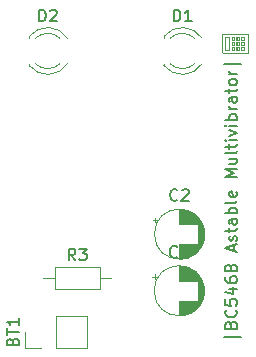
<source format=gbr>
%TF.GenerationSoftware,KiCad,Pcbnew,7.0.7*%
%TF.CreationDate,2023-10-16T17:51:31+02:00*%
%TF.ProjectId,bc546b-astable-multivibrator,62633534-3662-42d6-9173-7461626c652d,0*%
%TF.SameCoordinates,Original*%
%TF.FileFunction,Legend,Top*%
%TF.FilePolarity,Positive*%
%FSLAX46Y46*%
G04 Gerber Fmt 4.6, Leading zero omitted, Abs format (unit mm)*
G04 Created by KiCad (PCBNEW 7.0.7) date 2023-10-16 17:51:31*
%MOMM*%
%LPD*%
G01*
G04 APERTURE LIST*
%ADD10C,0.150000*%
%ADD11C,0.120000*%
G04 APERTURE END LIST*
D10*
X107053152Y-82425125D02*
X105624580Y-82425125D01*
X106196009Y-81377506D02*
X106243628Y-81234649D01*
X106243628Y-81234649D02*
X106291247Y-81187030D01*
X106291247Y-81187030D02*
X106386485Y-81139411D01*
X106386485Y-81139411D02*
X106529342Y-81139411D01*
X106529342Y-81139411D02*
X106624580Y-81187030D01*
X106624580Y-81187030D02*
X106672200Y-81234649D01*
X106672200Y-81234649D02*
X106719819Y-81329887D01*
X106719819Y-81329887D02*
X106719819Y-81710839D01*
X106719819Y-81710839D02*
X105719819Y-81710839D01*
X105719819Y-81710839D02*
X105719819Y-81377506D01*
X105719819Y-81377506D02*
X105767438Y-81282268D01*
X105767438Y-81282268D02*
X105815057Y-81234649D01*
X105815057Y-81234649D02*
X105910295Y-81187030D01*
X105910295Y-81187030D02*
X106005533Y-81187030D01*
X106005533Y-81187030D02*
X106100771Y-81234649D01*
X106100771Y-81234649D02*
X106148390Y-81282268D01*
X106148390Y-81282268D02*
X106196009Y-81377506D01*
X106196009Y-81377506D02*
X106196009Y-81710839D01*
X106624580Y-80139411D02*
X106672200Y-80187030D01*
X106672200Y-80187030D02*
X106719819Y-80329887D01*
X106719819Y-80329887D02*
X106719819Y-80425125D01*
X106719819Y-80425125D02*
X106672200Y-80567982D01*
X106672200Y-80567982D02*
X106576961Y-80663220D01*
X106576961Y-80663220D02*
X106481723Y-80710839D01*
X106481723Y-80710839D02*
X106291247Y-80758458D01*
X106291247Y-80758458D02*
X106148390Y-80758458D01*
X106148390Y-80758458D02*
X105957914Y-80710839D01*
X105957914Y-80710839D02*
X105862676Y-80663220D01*
X105862676Y-80663220D02*
X105767438Y-80567982D01*
X105767438Y-80567982D02*
X105719819Y-80425125D01*
X105719819Y-80425125D02*
X105719819Y-80329887D01*
X105719819Y-80329887D02*
X105767438Y-80187030D01*
X105767438Y-80187030D02*
X105815057Y-80139411D01*
X105719819Y-79234649D02*
X105719819Y-79710839D01*
X105719819Y-79710839D02*
X106196009Y-79758458D01*
X106196009Y-79758458D02*
X106148390Y-79710839D01*
X106148390Y-79710839D02*
X106100771Y-79615601D01*
X106100771Y-79615601D02*
X106100771Y-79377506D01*
X106100771Y-79377506D02*
X106148390Y-79282268D01*
X106148390Y-79282268D02*
X106196009Y-79234649D01*
X106196009Y-79234649D02*
X106291247Y-79187030D01*
X106291247Y-79187030D02*
X106529342Y-79187030D01*
X106529342Y-79187030D02*
X106624580Y-79234649D01*
X106624580Y-79234649D02*
X106672200Y-79282268D01*
X106672200Y-79282268D02*
X106719819Y-79377506D01*
X106719819Y-79377506D02*
X106719819Y-79615601D01*
X106719819Y-79615601D02*
X106672200Y-79710839D01*
X106672200Y-79710839D02*
X106624580Y-79758458D01*
X106053152Y-78329887D02*
X106719819Y-78329887D01*
X105672200Y-78567982D02*
X106386485Y-78806077D01*
X106386485Y-78806077D02*
X106386485Y-78187030D01*
X105719819Y-77377506D02*
X105719819Y-77567982D01*
X105719819Y-77567982D02*
X105767438Y-77663220D01*
X105767438Y-77663220D02*
X105815057Y-77710839D01*
X105815057Y-77710839D02*
X105957914Y-77806077D01*
X105957914Y-77806077D02*
X106148390Y-77853696D01*
X106148390Y-77853696D02*
X106529342Y-77853696D01*
X106529342Y-77853696D02*
X106624580Y-77806077D01*
X106624580Y-77806077D02*
X106672200Y-77758458D01*
X106672200Y-77758458D02*
X106719819Y-77663220D01*
X106719819Y-77663220D02*
X106719819Y-77472744D01*
X106719819Y-77472744D02*
X106672200Y-77377506D01*
X106672200Y-77377506D02*
X106624580Y-77329887D01*
X106624580Y-77329887D02*
X106529342Y-77282268D01*
X106529342Y-77282268D02*
X106291247Y-77282268D01*
X106291247Y-77282268D02*
X106196009Y-77329887D01*
X106196009Y-77329887D02*
X106148390Y-77377506D01*
X106148390Y-77377506D02*
X106100771Y-77472744D01*
X106100771Y-77472744D02*
X106100771Y-77663220D01*
X106100771Y-77663220D02*
X106148390Y-77758458D01*
X106148390Y-77758458D02*
X106196009Y-77806077D01*
X106196009Y-77806077D02*
X106291247Y-77853696D01*
X106196009Y-76520363D02*
X106243628Y-76377506D01*
X106243628Y-76377506D02*
X106291247Y-76329887D01*
X106291247Y-76329887D02*
X106386485Y-76282268D01*
X106386485Y-76282268D02*
X106529342Y-76282268D01*
X106529342Y-76282268D02*
X106624580Y-76329887D01*
X106624580Y-76329887D02*
X106672200Y-76377506D01*
X106672200Y-76377506D02*
X106719819Y-76472744D01*
X106719819Y-76472744D02*
X106719819Y-76853696D01*
X106719819Y-76853696D02*
X105719819Y-76853696D01*
X105719819Y-76853696D02*
X105719819Y-76520363D01*
X105719819Y-76520363D02*
X105767438Y-76425125D01*
X105767438Y-76425125D02*
X105815057Y-76377506D01*
X105815057Y-76377506D02*
X105910295Y-76329887D01*
X105910295Y-76329887D02*
X106005533Y-76329887D01*
X106005533Y-76329887D02*
X106100771Y-76377506D01*
X106100771Y-76377506D02*
X106148390Y-76425125D01*
X106148390Y-76425125D02*
X106196009Y-76520363D01*
X106196009Y-76520363D02*
X106196009Y-76853696D01*
X106434104Y-75139410D02*
X106434104Y-74663220D01*
X106719819Y-75234648D02*
X105719819Y-74901315D01*
X105719819Y-74901315D02*
X106719819Y-74567982D01*
X106672200Y-74282267D02*
X106719819Y-74187029D01*
X106719819Y-74187029D02*
X106719819Y-73996553D01*
X106719819Y-73996553D02*
X106672200Y-73901315D01*
X106672200Y-73901315D02*
X106576961Y-73853696D01*
X106576961Y-73853696D02*
X106529342Y-73853696D01*
X106529342Y-73853696D02*
X106434104Y-73901315D01*
X106434104Y-73901315D02*
X106386485Y-73996553D01*
X106386485Y-73996553D02*
X106386485Y-74139410D01*
X106386485Y-74139410D02*
X106338866Y-74234648D01*
X106338866Y-74234648D02*
X106243628Y-74282267D01*
X106243628Y-74282267D02*
X106196009Y-74282267D01*
X106196009Y-74282267D02*
X106100771Y-74234648D01*
X106100771Y-74234648D02*
X106053152Y-74139410D01*
X106053152Y-74139410D02*
X106053152Y-73996553D01*
X106053152Y-73996553D02*
X106100771Y-73901315D01*
X106053152Y-73567981D02*
X106053152Y-73187029D01*
X105719819Y-73425124D02*
X106576961Y-73425124D01*
X106576961Y-73425124D02*
X106672200Y-73377505D01*
X106672200Y-73377505D02*
X106719819Y-73282267D01*
X106719819Y-73282267D02*
X106719819Y-73187029D01*
X106719819Y-72425124D02*
X106196009Y-72425124D01*
X106196009Y-72425124D02*
X106100771Y-72472743D01*
X106100771Y-72472743D02*
X106053152Y-72567981D01*
X106053152Y-72567981D02*
X106053152Y-72758457D01*
X106053152Y-72758457D02*
X106100771Y-72853695D01*
X106672200Y-72425124D02*
X106719819Y-72520362D01*
X106719819Y-72520362D02*
X106719819Y-72758457D01*
X106719819Y-72758457D02*
X106672200Y-72853695D01*
X106672200Y-72853695D02*
X106576961Y-72901314D01*
X106576961Y-72901314D02*
X106481723Y-72901314D01*
X106481723Y-72901314D02*
X106386485Y-72853695D01*
X106386485Y-72853695D02*
X106338866Y-72758457D01*
X106338866Y-72758457D02*
X106338866Y-72520362D01*
X106338866Y-72520362D02*
X106291247Y-72425124D01*
X106719819Y-71948933D02*
X105719819Y-71948933D01*
X106100771Y-71948933D02*
X106053152Y-71853695D01*
X106053152Y-71853695D02*
X106053152Y-71663219D01*
X106053152Y-71663219D02*
X106100771Y-71567981D01*
X106100771Y-71567981D02*
X106148390Y-71520362D01*
X106148390Y-71520362D02*
X106243628Y-71472743D01*
X106243628Y-71472743D02*
X106529342Y-71472743D01*
X106529342Y-71472743D02*
X106624580Y-71520362D01*
X106624580Y-71520362D02*
X106672200Y-71567981D01*
X106672200Y-71567981D02*
X106719819Y-71663219D01*
X106719819Y-71663219D02*
X106719819Y-71853695D01*
X106719819Y-71853695D02*
X106672200Y-71948933D01*
X106719819Y-70901314D02*
X106672200Y-70996552D01*
X106672200Y-70996552D02*
X106576961Y-71044171D01*
X106576961Y-71044171D02*
X105719819Y-71044171D01*
X106672200Y-70139409D02*
X106719819Y-70234647D01*
X106719819Y-70234647D02*
X106719819Y-70425123D01*
X106719819Y-70425123D02*
X106672200Y-70520361D01*
X106672200Y-70520361D02*
X106576961Y-70567980D01*
X106576961Y-70567980D02*
X106196009Y-70567980D01*
X106196009Y-70567980D02*
X106100771Y-70520361D01*
X106100771Y-70520361D02*
X106053152Y-70425123D01*
X106053152Y-70425123D02*
X106053152Y-70234647D01*
X106053152Y-70234647D02*
X106100771Y-70139409D01*
X106100771Y-70139409D02*
X106196009Y-70091790D01*
X106196009Y-70091790D02*
X106291247Y-70091790D01*
X106291247Y-70091790D02*
X106386485Y-70567980D01*
X106719819Y-68901313D02*
X105719819Y-68901313D01*
X105719819Y-68901313D02*
X106434104Y-68567980D01*
X106434104Y-68567980D02*
X105719819Y-68234647D01*
X105719819Y-68234647D02*
X106719819Y-68234647D01*
X106053152Y-67329885D02*
X106719819Y-67329885D01*
X106053152Y-67758456D02*
X106576961Y-67758456D01*
X106576961Y-67758456D02*
X106672200Y-67710837D01*
X106672200Y-67710837D02*
X106719819Y-67615599D01*
X106719819Y-67615599D02*
X106719819Y-67472742D01*
X106719819Y-67472742D02*
X106672200Y-67377504D01*
X106672200Y-67377504D02*
X106624580Y-67329885D01*
X106719819Y-66710837D02*
X106672200Y-66806075D01*
X106672200Y-66806075D02*
X106576961Y-66853694D01*
X106576961Y-66853694D02*
X105719819Y-66853694D01*
X106053152Y-66472741D02*
X106053152Y-66091789D01*
X105719819Y-66329884D02*
X106576961Y-66329884D01*
X106576961Y-66329884D02*
X106672200Y-66282265D01*
X106672200Y-66282265D02*
X106719819Y-66187027D01*
X106719819Y-66187027D02*
X106719819Y-66091789D01*
X106719819Y-65758455D02*
X106053152Y-65758455D01*
X105719819Y-65758455D02*
X105767438Y-65806074D01*
X105767438Y-65806074D02*
X105815057Y-65758455D01*
X105815057Y-65758455D02*
X105767438Y-65710836D01*
X105767438Y-65710836D02*
X105719819Y-65758455D01*
X105719819Y-65758455D02*
X105815057Y-65758455D01*
X106053152Y-65377503D02*
X106719819Y-65139408D01*
X106719819Y-65139408D02*
X106053152Y-64901313D01*
X106719819Y-64520360D02*
X106053152Y-64520360D01*
X105719819Y-64520360D02*
X105767438Y-64567979D01*
X105767438Y-64567979D02*
X105815057Y-64520360D01*
X105815057Y-64520360D02*
X105767438Y-64472741D01*
X105767438Y-64472741D02*
X105719819Y-64520360D01*
X105719819Y-64520360D02*
X105815057Y-64520360D01*
X106719819Y-64044170D02*
X105719819Y-64044170D01*
X106100771Y-64044170D02*
X106053152Y-63948932D01*
X106053152Y-63948932D02*
X106053152Y-63758456D01*
X106053152Y-63758456D02*
X106100771Y-63663218D01*
X106100771Y-63663218D02*
X106148390Y-63615599D01*
X106148390Y-63615599D02*
X106243628Y-63567980D01*
X106243628Y-63567980D02*
X106529342Y-63567980D01*
X106529342Y-63567980D02*
X106624580Y-63615599D01*
X106624580Y-63615599D02*
X106672200Y-63663218D01*
X106672200Y-63663218D02*
X106719819Y-63758456D01*
X106719819Y-63758456D02*
X106719819Y-63948932D01*
X106719819Y-63948932D02*
X106672200Y-64044170D01*
X106719819Y-63139408D02*
X106053152Y-63139408D01*
X106243628Y-63139408D02*
X106148390Y-63091789D01*
X106148390Y-63091789D02*
X106100771Y-63044170D01*
X106100771Y-63044170D02*
X106053152Y-62948932D01*
X106053152Y-62948932D02*
X106053152Y-62853694D01*
X106719819Y-62091789D02*
X106196009Y-62091789D01*
X106196009Y-62091789D02*
X106100771Y-62139408D01*
X106100771Y-62139408D02*
X106053152Y-62234646D01*
X106053152Y-62234646D02*
X106053152Y-62425122D01*
X106053152Y-62425122D02*
X106100771Y-62520360D01*
X106672200Y-62091789D02*
X106719819Y-62187027D01*
X106719819Y-62187027D02*
X106719819Y-62425122D01*
X106719819Y-62425122D02*
X106672200Y-62520360D01*
X106672200Y-62520360D02*
X106576961Y-62567979D01*
X106576961Y-62567979D02*
X106481723Y-62567979D01*
X106481723Y-62567979D02*
X106386485Y-62520360D01*
X106386485Y-62520360D02*
X106338866Y-62425122D01*
X106338866Y-62425122D02*
X106338866Y-62187027D01*
X106338866Y-62187027D02*
X106291247Y-62091789D01*
X106053152Y-61758455D02*
X106053152Y-61377503D01*
X105719819Y-61615598D02*
X106576961Y-61615598D01*
X106576961Y-61615598D02*
X106672200Y-61567979D01*
X106672200Y-61567979D02*
X106719819Y-61472741D01*
X106719819Y-61472741D02*
X106719819Y-61377503D01*
X106719819Y-60901312D02*
X106672200Y-60996550D01*
X106672200Y-60996550D02*
X106624580Y-61044169D01*
X106624580Y-61044169D02*
X106529342Y-61091788D01*
X106529342Y-61091788D02*
X106243628Y-61091788D01*
X106243628Y-61091788D02*
X106148390Y-61044169D01*
X106148390Y-61044169D02*
X106100771Y-60996550D01*
X106100771Y-60996550D02*
X106053152Y-60901312D01*
X106053152Y-60901312D02*
X106053152Y-60758455D01*
X106053152Y-60758455D02*
X106100771Y-60663217D01*
X106100771Y-60663217D02*
X106148390Y-60615598D01*
X106148390Y-60615598D02*
X106243628Y-60567979D01*
X106243628Y-60567979D02*
X106529342Y-60567979D01*
X106529342Y-60567979D02*
X106624580Y-60615598D01*
X106624580Y-60615598D02*
X106672200Y-60663217D01*
X106672200Y-60663217D02*
X106719819Y-60758455D01*
X106719819Y-60758455D02*
X106719819Y-60901312D01*
X106719819Y-60139407D02*
X106053152Y-60139407D01*
X106243628Y-60139407D02*
X106148390Y-60091788D01*
X106148390Y-60091788D02*
X106100771Y-60044169D01*
X106100771Y-60044169D02*
X106053152Y-59948931D01*
X106053152Y-59948931D02*
X106053152Y-59853693D01*
X107053152Y-59282264D02*
X105624580Y-59282264D01*
X101683333Y-70809580D02*
X101635714Y-70857200D01*
X101635714Y-70857200D02*
X101492857Y-70904819D01*
X101492857Y-70904819D02*
X101397619Y-70904819D01*
X101397619Y-70904819D02*
X101254762Y-70857200D01*
X101254762Y-70857200D02*
X101159524Y-70761961D01*
X101159524Y-70761961D02*
X101111905Y-70666723D01*
X101111905Y-70666723D02*
X101064286Y-70476247D01*
X101064286Y-70476247D02*
X101064286Y-70333390D01*
X101064286Y-70333390D02*
X101111905Y-70142914D01*
X101111905Y-70142914D02*
X101159524Y-70047676D01*
X101159524Y-70047676D02*
X101254762Y-69952438D01*
X101254762Y-69952438D02*
X101397619Y-69904819D01*
X101397619Y-69904819D02*
X101492857Y-69904819D01*
X101492857Y-69904819D02*
X101635714Y-69952438D01*
X101635714Y-69952438D02*
X101683333Y-70000057D01*
X102064286Y-70000057D02*
X102111905Y-69952438D01*
X102111905Y-69952438D02*
X102207143Y-69904819D01*
X102207143Y-69904819D02*
X102445238Y-69904819D01*
X102445238Y-69904819D02*
X102540476Y-69952438D01*
X102540476Y-69952438D02*
X102588095Y-70000057D01*
X102588095Y-70000057D02*
X102635714Y-70095295D01*
X102635714Y-70095295D02*
X102635714Y-70190533D01*
X102635714Y-70190533D02*
X102588095Y-70333390D01*
X102588095Y-70333390D02*
X102016667Y-70904819D01*
X102016667Y-70904819D02*
X102635714Y-70904819D01*
X89956905Y-55694819D02*
X89956905Y-54694819D01*
X89956905Y-54694819D02*
X90195000Y-54694819D01*
X90195000Y-54694819D02*
X90337857Y-54742438D01*
X90337857Y-54742438D02*
X90433095Y-54837676D01*
X90433095Y-54837676D02*
X90480714Y-54932914D01*
X90480714Y-54932914D02*
X90528333Y-55123390D01*
X90528333Y-55123390D02*
X90528333Y-55266247D01*
X90528333Y-55266247D02*
X90480714Y-55456723D01*
X90480714Y-55456723D02*
X90433095Y-55551961D01*
X90433095Y-55551961D02*
X90337857Y-55647200D01*
X90337857Y-55647200D02*
X90195000Y-55694819D01*
X90195000Y-55694819D02*
X89956905Y-55694819D01*
X90909286Y-54790057D02*
X90956905Y-54742438D01*
X90956905Y-54742438D02*
X91052143Y-54694819D01*
X91052143Y-54694819D02*
X91290238Y-54694819D01*
X91290238Y-54694819D02*
X91385476Y-54742438D01*
X91385476Y-54742438D02*
X91433095Y-54790057D01*
X91433095Y-54790057D02*
X91480714Y-54885295D01*
X91480714Y-54885295D02*
X91480714Y-54980533D01*
X91480714Y-54980533D02*
X91433095Y-55123390D01*
X91433095Y-55123390D02*
X90861667Y-55694819D01*
X90861667Y-55694819D02*
X91480714Y-55694819D01*
X93033333Y-75934819D02*
X92700000Y-75458628D01*
X92461905Y-75934819D02*
X92461905Y-74934819D01*
X92461905Y-74934819D02*
X92842857Y-74934819D01*
X92842857Y-74934819D02*
X92938095Y-74982438D01*
X92938095Y-74982438D02*
X92985714Y-75030057D01*
X92985714Y-75030057D02*
X93033333Y-75125295D01*
X93033333Y-75125295D02*
X93033333Y-75268152D01*
X93033333Y-75268152D02*
X92985714Y-75363390D01*
X92985714Y-75363390D02*
X92938095Y-75411009D01*
X92938095Y-75411009D02*
X92842857Y-75458628D01*
X92842857Y-75458628D02*
X92461905Y-75458628D01*
X93366667Y-74934819D02*
X93985714Y-74934819D01*
X93985714Y-74934819D02*
X93652381Y-75315771D01*
X93652381Y-75315771D02*
X93795238Y-75315771D01*
X93795238Y-75315771D02*
X93890476Y-75363390D01*
X93890476Y-75363390D02*
X93938095Y-75411009D01*
X93938095Y-75411009D02*
X93985714Y-75506247D01*
X93985714Y-75506247D02*
X93985714Y-75744342D01*
X93985714Y-75744342D02*
X93938095Y-75839580D01*
X93938095Y-75839580D02*
X93890476Y-75887200D01*
X93890476Y-75887200D02*
X93795238Y-75934819D01*
X93795238Y-75934819D02*
X93509524Y-75934819D01*
X93509524Y-75934819D02*
X93414286Y-75887200D01*
X93414286Y-75887200D02*
X93366667Y-75839580D01*
X101356905Y-55694819D02*
X101356905Y-54694819D01*
X101356905Y-54694819D02*
X101595000Y-54694819D01*
X101595000Y-54694819D02*
X101737857Y-54742438D01*
X101737857Y-54742438D02*
X101833095Y-54837676D01*
X101833095Y-54837676D02*
X101880714Y-54932914D01*
X101880714Y-54932914D02*
X101928333Y-55123390D01*
X101928333Y-55123390D02*
X101928333Y-55266247D01*
X101928333Y-55266247D02*
X101880714Y-55456723D01*
X101880714Y-55456723D02*
X101833095Y-55551961D01*
X101833095Y-55551961D02*
X101737857Y-55647200D01*
X101737857Y-55647200D02*
X101595000Y-55694819D01*
X101595000Y-55694819D02*
X101356905Y-55694819D01*
X102880714Y-55694819D02*
X102309286Y-55694819D01*
X102595000Y-55694819D02*
X102595000Y-54694819D01*
X102595000Y-54694819D02*
X102499762Y-54837676D01*
X102499762Y-54837676D02*
X102404524Y-54932914D01*
X102404524Y-54932914D02*
X102309286Y-54980533D01*
X87726009Y-82785714D02*
X87773628Y-82642857D01*
X87773628Y-82642857D02*
X87821247Y-82595238D01*
X87821247Y-82595238D02*
X87916485Y-82547619D01*
X87916485Y-82547619D02*
X88059342Y-82547619D01*
X88059342Y-82547619D02*
X88154580Y-82595238D01*
X88154580Y-82595238D02*
X88202200Y-82642857D01*
X88202200Y-82642857D02*
X88249819Y-82738095D01*
X88249819Y-82738095D02*
X88249819Y-83119047D01*
X88249819Y-83119047D02*
X87249819Y-83119047D01*
X87249819Y-83119047D02*
X87249819Y-82785714D01*
X87249819Y-82785714D02*
X87297438Y-82690476D01*
X87297438Y-82690476D02*
X87345057Y-82642857D01*
X87345057Y-82642857D02*
X87440295Y-82595238D01*
X87440295Y-82595238D02*
X87535533Y-82595238D01*
X87535533Y-82595238D02*
X87630771Y-82642857D01*
X87630771Y-82642857D02*
X87678390Y-82690476D01*
X87678390Y-82690476D02*
X87726009Y-82785714D01*
X87726009Y-82785714D02*
X87726009Y-83119047D01*
X87249819Y-82261904D02*
X87249819Y-81690476D01*
X88249819Y-81976190D02*
X87249819Y-81976190D01*
X88249819Y-80833333D02*
X88249819Y-81404761D01*
X88249819Y-81119047D02*
X87249819Y-81119047D01*
X87249819Y-81119047D02*
X87392676Y-81214285D01*
X87392676Y-81214285D02*
X87487914Y-81309523D01*
X87487914Y-81309523D02*
X87535533Y-81404761D01*
X101660734Y-75609580D02*
X101613115Y-75657200D01*
X101613115Y-75657200D02*
X101470258Y-75704819D01*
X101470258Y-75704819D02*
X101375020Y-75704819D01*
X101375020Y-75704819D02*
X101232163Y-75657200D01*
X101232163Y-75657200D02*
X101136925Y-75561961D01*
X101136925Y-75561961D02*
X101089306Y-75466723D01*
X101089306Y-75466723D02*
X101041687Y-75276247D01*
X101041687Y-75276247D02*
X101041687Y-75133390D01*
X101041687Y-75133390D02*
X101089306Y-74942914D01*
X101089306Y-74942914D02*
X101136925Y-74847676D01*
X101136925Y-74847676D02*
X101232163Y-74752438D01*
X101232163Y-74752438D02*
X101375020Y-74704819D01*
X101375020Y-74704819D02*
X101470258Y-74704819D01*
X101470258Y-74704819D02*
X101613115Y-74752438D01*
X101613115Y-74752438D02*
X101660734Y-74800057D01*
X102613115Y-75704819D02*
X102041687Y-75704819D01*
X102327401Y-75704819D02*
X102327401Y-74704819D01*
X102327401Y-74704819D02*
X102232163Y-74847676D01*
X102232163Y-74847676D02*
X102136925Y-74942914D01*
X102136925Y-74942914D02*
X102041687Y-74990533D01*
%TO.C,G\u002A\u002A\u002A*%
G36*
X107419354Y-58002614D02*
G01*
X107419354Y-58165073D01*
X107320467Y-58165073D01*
X107256896Y-58165073D01*
X107094438Y-58165073D01*
X107094438Y-58002614D01*
X107094438Y-57939044D01*
X107177651Y-57939044D01*
X107181956Y-58006146D01*
X107186262Y-58073248D01*
X107253364Y-58077554D01*
X107320467Y-58081860D01*
X107320467Y-58010452D01*
X107320467Y-57939044D01*
X107249059Y-57939044D01*
X107177651Y-57939044D01*
X107094438Y-57939044D01*
X107094438Y-57840156D01*
X107256896Y-57840156D01*
X107419354Y-57840156D01*
X107419354Y-58002614D01*
G37*
G36*
X106585873Y-57592937D02*
G01*
X106585873Y-57755395D01*
X106423414Y-57755395D01*
X106359844Y-57755395D01*
X106260956Y-57755395D01*
X106260956Y-57592937D01*
X106260956Y-57513692D01*
X106359844Y-57513692D01*
X106359844Y-57585100D01*
X106359844Y-57656508D01*
X106431252Y-57656508D01*
X106502660Y-57656508D01*
X106498354Y-57589405D01*
X106494049Y-57522303D01*
X106426946Y-57517997D01*
X106359844Y-57513692D01*
X106260956Y-57513692D01*
X106260956Y-57430479D01*
X106423414Y-57430479D01*
X106585873Y-57430479D01*
X106585873Y-57592937D01*
G37*
G36*
X107009677Y-57592937D02*
G01*
X107009677Y-57755395D01*
X106840155Y-57755395D01*
X106767973Y-57755395D01*
X106670634Y-57755395D01*
X106670634Y-57656508D01*
X106767973Y-57656508D01*
X106840155Y-57656508D01*
X106912337Y-57656508D01*
X106908032Y-57589405D01*
X106903726Y-57522303D01*
X106840155Y-57522303D01*
X106776585Y-57522303D01*
X106772279Y-57589405D01*
X106767973Y-57656508D01*
X106670634Y-57656508D01*
X106670634Y-57592937D01*
X106670634Y-57430479D01*
X106840155Y-57430479D01*
X107009677Y-57430479D01*
X107009677Y-57592937D01*
G37*
G36*
X107419354Y-57592937D02*
G01*
X107419354Y-57755395D01*
X107256896Y-57755395D01*
X107177651Y-57755395D01*
X107094438Y-57755395D01*
X107094438Y-57656508D01*
X107177651Y-57656508D01*
X107249059Y-57656508D01*
X107320467Y-57656508D01*
X107320467Y-57585100D01*
X107320467Y-57513692D01*
X107253364Y-57517997D01*
X107186262Y-57522303D01*
X107181956Y-57589405D01*
X107177651Y-57656508D01*
X107094438Y-57656508D01*
X107094438Y-57592937D01*
X107094438Y-57430479D01*
X107256896Y-57430479D01*
X107419354Y-57430479D01*
X107419354Y-57592937D01*
G37*
G36*
X107419354Y-57169133D02*
G01*
X107419354Y-57331591D01*
X107320467Y-57331591D01*
X107256896Y-57331591D01*
X107094438Y-57331591D01*
X107094438Y-57169133D01*
X107094438Y-57105562D01*
X107177651Y-57105562D01*
X107181956Y-57172665D01*
X107186262Y-57239767D01*
X107253364Y-57244073D01*
X107320467Y-57248378D01*
X107320467Y-57176970D01*
X107320467Y-57105562D01*
X107249059Y-57105562D01*
X107177651Y-57105562D01*
X107094438Y-57105562D01*
X107094438Y-57006675D01*
X107256896Y-57006675D01*
X107419354Y-57006675D01*
X107419354Y-57169133D01*
G37*
G36*
X106585873Y-58002614D02*
G01*
X106585873Y-58165073D01*
X106423414Y-58165073D01*
X106359844Y-58165073D01*
X106260956Y-58165073D01*
X106260956Y-58002614D01*
X106260956Y-57939044D01*
X106359844Y-57939044D01*
X106359844Y-58009678D01*
X106359844Y-58080312D01*
X106421060Y-58080312D01*
X106460702Y-58078308D01*
X106487310Y-58073278D01*
X106491694Y-58070894D01*
X106497485Y-58052080D01*
X106500804Y-58016064D01*
X106501112Y-58000260D01*
X106501112Y-57939044D01*
X106430478Y-57939044D01*
X106359844Y-57939044D01*
X106260956Y-57939044D01*
X106260956Y-57840156D01*
X106423414Y-57840156D01*
X106585873Y-57840156D01*
X106585873Y-58002614D01*
G37*
G36*
X107009677Y-58002614D02*
G01*
X107009677Y-58165073D01*
X106871599Y-58165073D01*
X106840155Y-58165073D01*
X106670634Y-58165073D01*
X106670634Y-58002614D01*
X106670634Y-57939044D01*
X106767973Y-57939044D01*
X106772279Y-58006146D01*
X106776130Y-58046772D01*
X106784666Y-58067160D01*
X106803641Y-58075304D01*
X106823842Y-58077776D01*
X106871599Y-58078827D01*
X106898062Y-58067054D01*
X106909100Y-58037417D01*
X106910789Y-58003058D01*
X106910789Y-57939044D01*
X106839381Y-57939044D01*
X106767973Y-57939044D01*
X106670634Y-57939044D01*
X106670634Y-57840156D01*
X106840155Y-57840156D01*
X107009677Y-57840156D01*
X107009677Y-58002614D01*
G37*
G36*
X106585873Y-57169133D02*
G01*
X106585873Y-57331591D01*
X106423414Y-57331591D01*
X106359844Y-57331591D01*
X106260956Y-57331591D01*
X106260956Y-57169133D01*
X106260956Y-57105562D01*
X106359844Y-57105562D01*
X106359844Y-57176196D01*
X106359844Y-57246830D01*
X106421060Y-57246830D01*
X106460702Y-57244827D01*
X106487310Y-57239796D01*
X106491694Y-57237412D01*
X106497485Y-57218598D01*
X106500804Y-57182582D01*
X106501112Y-57166778D01*
X106501112Y-57105562D01*
X106430478Y-57105562D01*
X106359844Y-57105562D01*
X106260956Y-57105562D01*
X106260956Y-57006675D01*
X106423414Y-57006675D01*
X106585873Y-57006675D01*
X106585873Y-57169133D01*
G37*
G36*
X107009677Y-57169133D02*
G01*
X107009677Y-57331591D01*
X106871599Y-57331591D01*
X106840155Y-57331591D01*
X106670634Y-57331591D01*
X106670634Y-57169133D01*
X106670634Y-57105562D01*
X106767973Y-57105562D01*
X106772279Y-57172665D01*
X106776130Y-57213291D01*
X106784666Y-57233679D01*
X106803641Y-57241823D01*
X106823842Y-57244294D01*
X106871599Y-57245345D01*
X106898062Y-57233573D01*
X106909100Y-57203935D01*
X106910789Y-57169576D01*
X106910789Y-57105562D01*
X106839381Y-57105562D01*
X106767973Y-57105562D01*
X106670634Y-57105562D01*
X106670634Y-57006675D01*
X106840155Y-57006675D01*
X107009677Y-57006675D01*
X107009677Y-57169133D01*
G37*
G36*
X106119688Y-57585874D02*
G01*
X106119688Y-58165073D01*
X105893659Y-58165073D01*
X105766518Y-58165073D01*
X105667630Y-58165073D01*
X105667630Y-57585874D01*
X105667630Y-57105562D01*
X105766518Y-57105562D01*
X105766518Y-57592937D01*
X105766518Y-58080312D01*
X105884241Y-58080312D01*
X105939414Y-58079251D01*
X105983230Y-58076428D01*
X106008421Y-58072381D01*
X106011383Y-58070894D01*
X106013614Y-58055019D01*
X106015657Y-58014229D01*
X106017446Y-57951860D01*
X106018918Y-57871250D01*
X106020008Y-57775736D01*
X106020650Y-57668657D01*
X106020800Y-57583519D01*
X106020800Y-57105562D01*
X105893659Y-57105562D01*
X105766518Y-57105562D01*
X105667630Y-57105562D01*
X105667630Y-57006675D01*
X105893659Y-57006675D01*
X106119688Y-57006675D01*
X106119688Y-57585874D01*
G37*
G36*
X107135807Y-56738390D02*
G01*
X107264858Y-56738865D01*
X107373283Y-56739791D01*
X107462988Y-56741310D01*
X107535880Y-56743564D01*
X107593865Y-56746694D01*
X107638850Y-56750841D01*
X107672742Y-56756146D01*
X107697447Y-56762751D01*
X107714872Y-56770798D01*
X107726924Y-56780426D01*
X107735509Y-56791779D01*
X107742534Y-56804997D01*
X107749906Y-56820221D01*
X107751415Y-56823182D01*
X107756221Y-56835889D01*
X107760248Y-56855371D01*
X107763556Y-56883930D01*
X107766206Y-56923869D01*
X107768258Y-56977490D01*
X107769774Y-57047094D01*
X107770815Y-57134986D01*
X107771440Y-57243468D01*
X107771712Y-57374841D01*
X107771690Y-57531408D01*
X107771629Y-57588704D01*
X107771233Y-57729943D01*
X107770431Y-57863180D01*
X107769270Y-57985636D01*
X107767797Y-58094531D01*
X107766058Y-58187085D01*
X107764099Y-58260518D01*
X107761968Y-58312052D01*
X107759709Y-58338907D01*
X107759047Y-58341658D01*
X107740807Y-58370473D01*
X107712122Y-58402622D01*
X107709366Y-58405228D01*
X107671370Y-58440545D01*
X106613073Y-58444340D01*
X106603220Y-58444375D01*
X105554775Y-58448135D01*
X105501720Y-58399521D01*
X105448665Y-58350908D01*
X105444760Y-57611983D01*
X105444626Y-57585430D01*
X105540489Y-57585430D01*
X105540577Y-57746539D01*
X105540889Y-57881745D01*
X105541496Y-57993400D01*
X105542467Y-58083855D01*
X105543874Y-58155461D01*
X105545787Y-58210569D01*
X105548278Y-58251531D01*
X105551415Y-58280696D01*
X105555271Y-58300417D01*
X105559916Y-58313045D01*
X105562480Y-58317324D01*
X105584472Y-58348721D01*
X106603220Y-58348721D01*
X106798487Y-58348679D01*
X106967447Y-58348522D01*
X107112043Y-58348209D01*
X107234221Y-58347694D01*
X107335927Y-58346935D01*
X107419105Y-58345888D01*
X107485702Y-58344509D01*
X107537661Y-58342755D01*
X107576929Y-58340582D01*
X107605450Y-58337948D01*
X107625170Y-58334807D01*
X107638034Y-58331117D01*
X107645988Y-58326835D01*
X107647803Y-58325342D01*
X107653627Y-58318788D01*
X107658505Y-58308996D01*
X107662522Y-58293597D01*
X107665761Y-58270223D01*
X107668304Y-58236506D01*
X107670235Y-58190077D01*
X107671637Y-58128569D01*
X107672594Y-58049614D01*
X107673188Y-57950843D01*
X107673504Y-57829888D01*
X107673624Y-57684381D01*
X107673637Y-57590748D01*
X107673608Y-57430728D01*
X107673458Y-57296569D01*
X107673097Y-57185879D01*
X107672431Y-57096264D01*
X107671368Y-57025333D01*
X107669817Y-56970692D01*
X107667683Y-56929950D01*
X107664877Y-56900712D01*
X107661304Y-56880588D01*
X107656874Y-56867184D01*
X107651493Y-56858107D01*
X107645110Y-56851007D01*
X107639170Y-56845574D01*
X107631674Y-56840887D01*
X107620648Y-56836901D01*
X107604114Y-56833568D01*
X107580098Y-56830842D01*
X107546623Y-56828675D01*
X107501713Y-56827022D01*
X107443393Y-56825836D01*
X107369685Y-56825070D01*
X107278615Y-56824677D01*
X107168206Y-56824610D01*
X107036482Y-56824824D01*
X106881467Y-56825271D01*
X106701186Y-56825904D01*
X106598584Y-56826285D01*
X106404525Y-56827030D01*
X106236761Y-56827752D01*
X106093333Y-56828508D01*
X105972283Y-56829359D01*
X105871652Y-56830362D01*
X105789482Y-56831578D01*
X105723814Y-56833064D01*
X105672690Y-56834880D01*
X105634151Y-56837084D01*
X105606238Y-56839736D01*
X105586994Y-56842895D01*
X105574458Y-56846619D01*
X105566674Y-56850967D01*
X105561682Y-56855998D01*
X105560537Y-56857511D01*
X105555874Y-56867867D01*
X105551967Y-56886581D01*
X105548753Y-56915895D01*
X105546171Y-56958046D01*
X105544159Y-57015273D01*
X105542655Y-57089815D01*
X105541598Y-57183912D01*
X105540926Y-57299802D01*
X105540577Y-57439723D01*
X105540489Y-57585430D01*
X105444626Y-57585430D01*
X105443905Y-57442447D01*
X105443395Y-57298835D01*
X105443407Y-57178821D01*
X105444118Y-57080076D01*
X105445704Y-57000272D01*
X105448342Y-56937082D01*
X105452208Y-56888177D01*
X105457480Y-56851229D01*
X105464335Y-56823910D01*
X105472949Y-56803894D01*
X105483498Y-56788850D01*
X105496160Y-56776452D01*
X105508989Y-56766040D01*
X105516290Y-56760848D01*
X105525368Y-56756346D01*
X105538167Y-56752486D01*
X105556632Y-56749217D01*
X105582709Y-56746492D01*
X105618342Y-56744261D01*
X105665476Y-56742474D01*
X105726056Y-56741082D01*
X105802026Y-56740036D01*
X105895333Y-56739286D01*
X106007920Y-56738784D01*
X106141732Y-56738481D01*
X106298715Y-56738326D01*
X106480813Y-56738271D01*
X106605825Y-56738265D01*
X106808197Y-56738232D01*
X106984222Y-56738227D01*
X107135807Y-56738390D01*
G37*
D11*
%TO.C,C2*%
X99580199Y-72505000D02*
X99980199Y-72505000D01*
X99780199Y-72305000D02*
X99780199Y-72705000D01*
X101850000Y-71620000D02*
X101850000Y-72860000D01*
X101850000Y-74540000D02*
X101850000Y-75780000D01*
X101890000Y-71620000D02*
X101890000Y-72860000D01*
X101890000Y-74540000D02*
X101890000Y-75780000D01*
X101930000Y-71621000D02*
X101930000Y-72860000D01*
X101930000Y-74540000D02*
X101930000Y-75779000D01*
X101970000Y-71623000D02*
X101970000Y-72860000D01*
X101970000Y-74540000D02*
X101970000Y-75777000D01*
X102010000Y-71626000D02*
X102010000Y-72860000D01*
X102010000Y-74540000D02*
X102010000Y-75774000D01*
X102050000Y-71629000D02*
X102050000Y-72860000D01*
X102050000Y-74540000D02*
X102050000Y-75771000D01*
X102090000Y-71633000D02*
X102090000Y-72860000D01*
X102090000Y-74540000D02*
X102090000Y-75767000D01*
X102130000Y-71638000D02*
X102130000Y-72860000D01*
X102130000Y-74540000D02*
X102130000Y-75762000D01*
X102170000Y-71644000D02*
X102170000Y-72860000D01*
X102170000Y-74540000D02*
X102170000Y-75756000D01*
X102210000Y-71650000D02*
X102210000Y-72860000D01*
X102210000Y-74540000D02*
X102210000Y-75750000D01*
X102250000Y-71658000D02*
X102250000Y-72860000D01*
X102250000Y-74540000D02*
X102250000Y-75742000D01*
X102290000Y-71666000D02*
X102290000Y-72860000D01*
X102290000Y-74540000D02*
X102290000Y-75734000D01*
X102330000Y-71675000D02*
X102330000Y-72860000D01*
X102330000Y-74540000D02*
X102330000Y-75725000D01*
X102370000Y-71684000D02*
X102370000Y-72860000D01*
X102370000Y-74540000D02*
X102370000Y-75716000D01*
X102410000Y-71695000D02*
X102410000Y-72860000D01*
X102410000Y-74540000D02*
X102410000Y-75705000D01*
X102450000Y-71706000D02*
X102450000Y-72860000D01*
X102450000Y-74540000D02*
X102450000Y-75694000D01*
X102490000Y-71718000D02*
X102490000Y-72860000D01*
X102490000Y-74540000D02*
X102490000Y-75682000D01*
X102530000Y-71732000D02*
X102530000Y-72860000D01*
X102530000Y-74540000D02*
X102530000Y-75668000D01*
X102571000Y-71746000D02*
X102571000Y-72860000D01*
X102571000Y-74540000D02*
X102571000Y-75654000D01*
X102611000Y-71760000D02*
X102611000Y-72860000D01*
X102611000Y-74540000D02*
X102611000Y-75640000D01*
X102651000Y-71776000D02*
X102651000Y-72860000D01*
X102651000Y-74540000D02*
X102651000Y-75624000D01*
X102691000Y-71793000D02*
X102691000Y-72860000D01*
X102691000Y-74540000D02*
X102691000Y-75607000D01*
X102731000Y-71811000D02*
X102731000Y-72860000D01*
X102731000Y-74540000D02*
X102731000Y-75589000D01*
X102771000Y-71830000D02*
X102771000Y-72860000D01*
X102771000Y-74540000D02*
X102771000Y-75570000D01*
X102811000Y-71849000D02*
X102811000Y-72860000D01*
X102811000Y-74540000D02*
X102811000Y-75551000D01*
X102851000Y-71870000D02*
X102851000Y-72860000D01*
X102851000Y-74540000D02*
X102851000Y-75530000D01*
X102891000Y-71892000D02*
X102891000Y-72860000D01*
X102891000Y-74540000D02*
X102891000Y-75508000D01*
X102931000Y-71915000D02*
X102931000Y-72860000D01*
X102931000Y-74540000D02*
X102931000Y-75485000D01*
X102971000Y-71940000D02*
X102971000Y-72860000D01*
X102971000Y-74540000D02*
X102971000Y-75460000D01*
X103011000Y-71965000D02*
X103011000Y-72860000D01*
X103011000Y-74540000D02*
X103011000Y-75435000D01*
X103051000Y-71992000D02*
X103051000Y-72860000D01*
X103051000Y-74540000D02*
X103051000Y-75408000D01*
X103091000Y-72020000D02*
X103091000Y-72860000D01*
X103091000Y-74540000D02*
X103091000Y-75380000D01*
X103131000Y-72050000D02*
X103131000Y-72860000D01*
X103131000Y-74540000D02*
X103131000Y-75350000D01*
X103171000Y-72081000D02*
X103171000Y-72860000D01*
X103171000Y-74540000D02*
X103171000Y-75319000D01*
X103211000Y-72113000D02*
X103211000Y-72860000D01*
X103211000Y-74540000D02*
X103211000Y-75287000D01*
X103251000Y-72148000D02*
X103251000Y-72860000D01*
X103251000Y-74540000D02*
X103251000Y-75252000D01*
X103291000Y-72184000D02*
X103291000Y-72860000D01*
X103291000Y-74540000D02*
X103291000Y-75216000D01*
X103331000Y-72222000D02*
X103331000Y-72860000D01*
X103331000Y-74540000D02*
X103331000Y-75178000D01*
X103371000Y-72262000D02*
X103371000Y-72860000D01*
X103371000Y-74540000D02*
X103371000Y-75138000D01*
X103411000Y-72304000D02*
X103411000Y-72860000D01*
X103411000Y-74540000D02*
X103411000Y-75096000D01*
X103451000Y-72349000D02*
X103451000Y-75051000D01*
X103491000Y-72396000D02*
X103491000Y-75004000D01*
X103531000Y-72446000D02*
X103531000Y-74954000D01*
X103571000Y-72500000D02*
X103571000Y-74900000D01*
X103611000Y-72558000D02*
X103611000Y-74842000D01*
X103651000Y-72620000D02*
X103651000Y-74780000D01*
X103691000Y-72687000D02*
X103691000Y-74713000D01*
X103731000Y-72760000D02*
X103731000Y-74640000D01*
X103771000Y-72841000D02*
X103771000Y-74559000D01*
X103811000Y-72932000D02*
X103811000Y-74468000D01*
X103851000Y-73036000D02*
X103851000Y-74364000D01*
X103891000Y-73163000D02*
X103891000Y-74237000D01*
X103931000Y-73330000D02*
X103931000Y-74070000D01*
X103970000Y-73700000D02*
G75*
G03*
X103970000Y-73700000I-2120000J0D01*
G01*
%TO.C,D2*%
X89135000Y-56964000D02*
X89135000Y-57120000D01*
X89135000Y-59280000D02*
X89135000Y-59436000D01*
X92367334Y-57121392D02*
G75*
G03*
X89135001Y-56964485I-1672334J-1078608D01*
G01*
X91736129Y-57120164D02*
G75*
G03*
X89654040Y-57120001I-1041129J-1079836D01*
G01*
X89654040Y-59279999D02*
G75*
G03*
X91736129Y-59279836I1040960J1079999D01*
G01*
X89135001Y-59435515D02*
G75*
G03*
X92367334Y-59278608I1559999J1235515D01*
G01*
%TO.C,R3*%
X90330000Y-77400000D02*
X91280000Y-77400000D01*
X91280000Y-76480000D02*
X91280000Y-78320000D01*
X91280000Y-78320000D02*
X95120000Y-78320000D01*
X95120000Y-76480000D02*
X91280000Y-76480000D01*
X95120000Y-78320000D02*
X95120000Y-76480000D01*
X96070000Y-77400000D02*
X95120000Y-77400000D01*
%TO.C,D1*%
X100535000Y-56964000D02*
X100535000Y-57120000D01*
X100535000Y-59280000D02*
X100535000Y-59436000D01*
X103767334Y-57121392D02*
G75*
G03*
X100535001Y-56964485I-1672334J-1078608D01*
G01*
X103136129Y-57120164D02*
G75*
G03*
X101054040Y-57120001I-1041129J-1079836D01*
G01*
X101054040Y-59279999D02*
G75*
G03*
X103136129Y-59279836I1040960J1079999D01*
G01*
X100535001Y-59435515D02*
G75*
G03*
X103767334Y-59278608I1559999J1235515D01*
G01*
%TO.C,BT1*%
X88795000Y-83330000D02*
X88795000Y-82000000D01*
X90125000Y-83330000D02*
X88795000Y-83330000D01*
X91395000Y-83330000D02*
X93995000Y-83330000D01*
X91395000Y-83330000D02*
X91395000Y-80670000D01*
X93995000Y-83330000D02*
X93995000Y-80670000D01*
X91395000Y-80670000D02*
X93995000Y-80670000D01*
%TO.C,C1*%
X99557600Y-77305000D02*
X99957600Y-77305000D01*
X99757600Y-77105000D02*
X99757600Y-77505000D01*
X101827401Y-76420000D02*
X101827401Y-77660000D01*
X101827401Y-79340000D02*
X101827401Y-80580000D01*
X101867401Y-76420000D02*
X101867401Y-77660000D01*
X101867401Y-79340000D02*
X101867401Y-80580000D01*
X101907401Y-76421000D02*
X101907401Y-77660000D01*
X101907401Y-79340000D02*
X101907401Y-80579000D01*
X101947401Y-76423000D02*
X101947401Y-77660000D01*
X101947401Y-79340000D02*
X101947401Y-80577000D01*
X101987401Y-76426000D02*
X101987401Y-77660000D01*
X101987401Y-79340000D02*
X101987401Y-80574000D01*
X102027401Y-76429000D02*
X102027401Y-77660000D01*
X102027401Y-79340000D02*
X102027401Y-80571000D01*
X102067401Y-76433000D02*
X102067401Y-77660000D01*
X102067401Y-79340000D02*
X102067401Y-80567000D01*
X102107401Y-76438000D02*
X102107401Y-77660000D01*
X102107401Y-79340000D02*
X102107401Y-80562000D01*
X102147401Y-76444000D02*
X102147401Y-77660000D01*
X102147401Y-79340000D02*
X102147401Y-80556000D01*
X102187401Y-76450000D02*
X102187401Y-77660000D01*
X102187401Y-79340000D02*
X102187401Y-80550000D01*
X102227401Y-76458000D02*
X102227401Y-77660000D01*
X102227401Y-79340000D02*
X102227401Y-80542000D01*
X102267401Y-76466000D02*
X102267401Y-77660000D01*
X102267401Y-79340000D02*
X102267401Y-80534000D01*
X102307401Y-76475000D02*
X102307401Y-77660000D01*
X102307401Y-79340000D02*
X102307401Y-80525000D01*
X102347401Y-76484000D02*
X102347401Y-77660000D01*
X102347401Y-79340000D02*
X102347401Y-80516000D01*
X102387401Y-76495000D02*
X102387401Y-77660000D01*
X102387401Y-79340000D02*
X102387401Y-80505000D01*
X102427401Y-76506000D02*
X102427401Y-77660000D01*
X102427401Y-79340000D02*
X102427401Y-80494000D01*
X102467401Y-76518000D02*
X102467401Y-77660000D01*
X102467401Y-79340000D02*
X102467401Y-80482000D01*
X102507401Y-76532000D02*
X102507401Y-77660000D01*
X102507401Y-79340000D02*
X102507401Y-80468000D01*
X102548401Y-76546000D02*
X102548401Y-77660000D01*
X102548401Y-79340000D02*
X102548401Y-80454000D01*
X102588401Y-76560000D02*
X102588401Y-77660000D01*
X102588401Y-79340000D02*
X102588401Y-80440000D01*
X102628401Y-76576000D02*
X102628401Y-77660000D01*
X102628401Y-79340000D02*
X102628401Y-80424000D01*
X102668401Y-76593000D02*
X102668401Y-77660000D01*
X102668401Y-79340000D02*
X102668401Y-80407000D01*
X102708401Y-76611000D02*
X102708401Y-77660000D01*
X102708401Y-79340000D02*
X102708401Y-80389000D01*
X102748401Y-76630000D02*
X102748401Y-77660000D01*
X102748401Y-79340000D02*
X102748401Y-80370000D01*
X102788401Y-76649000D02*
X102788401Y-77660000D01*
X102788401Y-79340000D02*
X102788401Y-80351000D01*
X102828401Y-76670000D02*
X102828401Y-77660000D01*
X102828401Y-79340000D02*
X102828401Y-80330000D01*
X102868401Y-76692000D02*
X102868401Y-77660000D01*
X102868401Y-79340000D02*
X102868401Y-80308000D01*
X102908401Y-76715000D02*
X102908401Y-77660000D01*
X102908401Y-79340000D02*
X102908401Y-80285000D01*
X102948401Y-76740000D02*
X102948401Y-77660000D01*
X102948401Y-79340000D02*
X102948401Y-80260000D01*
X102988401Y-76765000D02*
X102988401Y-77660000D01*
X102988401Y-79340000D02*
X102988401Y-80235000D01*
X103028401Y-76792000D02*
X103028401Y-77660000D01*
X103028401Y-79340000D02*
X103028401Y-80208000D01*
X103068401Y-76820000D02*
X103068401Y-77660000D01*
X103068401Y-79340000D02*
X103068401Y-80180000D01*
X103108401Y-76850000D02*
X103108401Y-77660000D01*
X103108401Y-79340000D02*
X103108401Y-80150000D01*
X103148401Y-76881000D02*
X103148401Y-77660000D01*
X103148401Y-79340000D02*
X103148401Y-80119000D01*
X103188401Y-76913000D02*
X103188401Y-77660000D01*
X103188401Y-79340000D02*
X103188401Y-80087000D01*
X103228401Y-76948000D02*
X103228401Y-77660000D01*
X103228401Y-79340000D02*
X103228401Y-80052000D01*
X103268401Y-76984000D02*
X103268401Y-77660000D01*
X103268401Y-79340000D02*
X103268401Y-80016000D01*
X103308401Y-77022000D02*
X103308401Y-77660000D01*
X103308401Y-79340000D02*
X103308401Y-79978000D01*
X103348401Y-77062000D02*
X103348401Y-77660000D01*
X103348401Y-79340000D02*
X103348401Y-79938000D01*
X103388401Y-77104000D02*
X103388401Y-77660000D01*
X103388401Y-79340000D02*
X103388401Y-79896000D01*
X103428401Y-77149000D02*
X103428401Y-79851000D01*
X103468401Y-77196000D02*
X103468401Y-79804000D01*
X103508401Y-77246000D02*
X103508401Y-79754000D01*
X103548401Y-77300000D02*
X103548401Y-79700000D01*
X103588401Y-77358000D02*
X103588401Y-79642000D01*
X103628401Y-77420000D02*
X103628401Y-79580000D01*
X103668401Y-77487000D02*
X103668401Y-79513000D01*
X103708401Y-77560000D02*
X103708401Y-79440000D01*
X103748401Y-77641000D02*
X103748401Y-79359000D01*
X103788401Y-77732000D02*
X103788401Y-79268000D01*
X103828401Y-77836000D02*
X103828401Y-79164000D01*
X103868401Y-77963000D02*
X103868401Y-79037000D01*
X103908401Y-78130000D02*
X103908401Y-78870000D01*
X103947401Y-78500000D02*
G75*
G03*
X103947401Y-78500000I-2120000J0D01*
G01*
%TD*%
M02*

</source>
